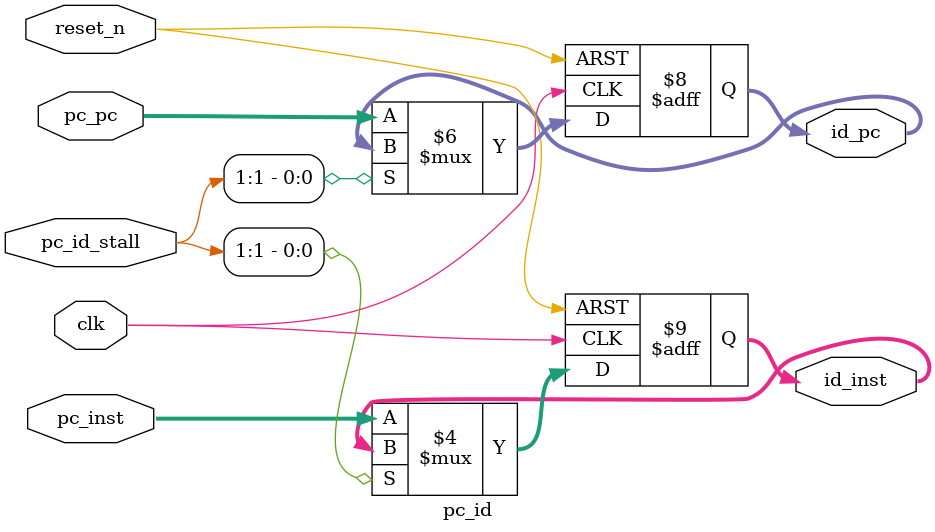
<source format=v>
module pc_id(clk,reset_n,pc_id_stall,pc_pc,pc_inst,id_pc,id_inst);
input  		 clk;
input  		 reset_n;
input      [5:0] pc_id_stall;
input  	   [31:0]pc_pc;
input  	   [31:0]pc_inst;
output reg [31:0]id_pc;
output reg [31:0]id_inst;


always @ (posedge clk or negedge reset_n) begin
	if(!reset_n) begin
		id_pc  [31:0] <= {32{1'b0}}; 
		id_inst[31:0] <= {32{1'b0}}; 
	end else if(!pc_id_stall[1]) begin
		id_pc  [31:0] <= pc_pc  [31:0] ;
		id_inst[31:0] <= pc_inst[31:0] ;
	end
end

endmodule

</source>
